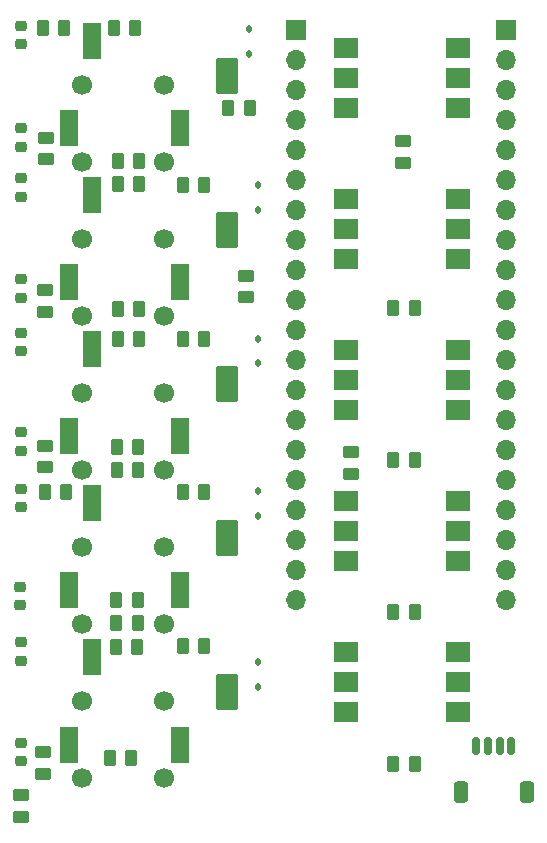
<source format=gts>
G04 #@! TF.GenerationSoftware,KiCad,Pcbnew,8.0.1*
G04 #@! TF.CreationDate,2024-03-31T18:38:23-05:00*
G04 #@! TF.ProjectId,dinoctopus_v2,64696e6f-6374-46f7-9075-735f76322e6b,rev?*
G04 #@! TF.SameCoordinates,Original*
G04 #@! TF.FileFunction,Soldermask,Top*
G04 #@! TF.FilePolarity,Negative*
%FSLAX46Y46*%
G04 Gerber Fmt 4.6, Leading zero omitted, Abs format (unit mm)*
G04 Created by KiCad (PCBNEW 8.0.1) date 2024-03-31 18:38:23*
%MOMM*%
%LPD*%
G01*
G04 APERTURE LIST*
G04 Aperture macros list*
%AMRoundRect*
0 Rectangle with rounded corners*
0 $1 Rounding radius*
0 $2 $3 $4 $5 $6 $7 $8 $9 X,Y pos of 4 corners*
0 Add a 4 corners polygon primitive as box body*
4,1,4,$2,$3,$4,$5,$6,$7,$8,$9,$2,$3,0*
0 Add four circle primitives for the rounded corners*
1,1,$1+$1,$2,$3*
1,1,$1+$1,$4,$5*
1,1,$1+$1,$6,$7*
1,1,$1+$1,$8,$9*
0 Add four rect primitives between the rounded corners*
20,1,$1+$1,$2,$3,$4,$5,0*
20,1,$1+$1,$4,$5,$6,$7,0*
20,1,$1+$1,$6,$7,$8,$9,0*
20,1,$1+$1,$8,$9,$2,$3,0*%
G04 Aperture macros list end*
%ADD10RoundRect,0.250000X0.450000X-0.262500X0.450000X0.262500X-0.450000X0.262500X-0.450000X-0.262500X0*%
%ADD11RoundRect,0.218750X0.256250X-0.218750X0.256250X0.218750X-0.256250X0.218750X-0.256250X-0.218750X0*%
%ADD12RoundRect,0.250000X0.262500X0.450000X-0.262500X0.450000X-0.262500X-0.450000X0.262500X-0.450000X0*%
%ADD13RoundRect,0.250000X-0.262500X-0.450000X0.262500X-0.450000X0.262500X0.450000X-0.262500X0.450000X0*%
%ADD14C,1.700000*%
%ADD15RoundRect,0.102000X-0.700000X-1.400000X0.700000X-1.400000X0.700000X1.400000X-0.700000X1.400000X0*%
%ADD16RoundRect,0.102000X-0.800000X-1.400000X0.800000X-1.400000X0.800000X1.400000X-0.800000X1.400000X0*%
%ADD17RoundRect,0.112500X-0.112500X0.187500X-0.112500X-0.187500X0.112500X-0.187500X0.112500X0.187500X0*%
%ADD18R,2.000000X1.780000*%
%ADD19R,1.700000X1.700000*%
%ADD20O,1.700000X1.700000*%
%ADD21RoundRect,0.250000X-0.450000X0.262500X-0.450000X-0.262500X0.450000X-0.262500X0.450000X0.262500X0*%
%ADD22RoundRect,0.150000X-0.150000X-0.625000X0.150000X-0.625000X0.150000X0.625000X-0.150000X0.625000X0*%
%ADD23RoundRect,0.250000X-0.350000X-0.650000X0.350000X-0.650000X0.350000X0.650000X-0.350000X0.650000X0*%
G04 APERTURE END LIST*
D10*
X47000000Y-54500000D03*
X47000000Y-52675000D03*
D11*
X28000000Y-92212500D03*
X28000000Y-93787500D03*
D12*
X31638363Y-31751227D03*
X29813363Y-31751227D03*
D13*
X36175000Y-58000000D03*
X38000000Y-58000000D03*
D14*
X33100000Y-75633332D03*
X40100000Y-75633332D03*
D15*
X32000000Y-79333332D03*
X41400000Y-79333332D03*
X34000000Y-71933332D03*
D16*
X45400000Y-74883332D03*
D13*
X59500000Y-94000000D03*
X61325000Y-94000000D03*
X59500000Y-55375000D03*
X61325000Y-55375000D03*
D12*
X31825000Y-71000000D03*
X30000000Y-71000000D03*
D17*
X47306411Y-33880718D03*
X47306411Y-31780718D03*
D11*
X28000000Y-72287500D03*
X28000000Y-70712500D03*
X28000000Y-44425000D03*
X28000000Y-46000000D03*
X28000000Y-59075000D03*
X28000000Y-57500000D03*
D18*
X55470000Y-84570000D03*
X55470000Y-87110000D03*
X55470000Y-89650000D03*
X65000000Y-89650000D03*
X65000000Y-87110000D03*
X65000000Y-84570000D03*
D17*
X48000000Y-45000000D03*
X48000000Y-47100000D03*
D14*
X33100000Y-36500000D03*
X40100000Y-36500000D03*
D15*
X32000000Y-40200000D03*
X41400000Y-40200000D03*
X34000000Y-32800000D03*
D16*
X45400000Y-35750000D03*
D19*
X69000000Y-31866932D03*
D20*
X69000000Y-34406932D03*
X69000000Y-36946932D03*
X69000000Y-39486932D03*
X69000000Y-42026932D03*
X69000000Y-44566932D03*
X69000000Y-47106932D03*
X69000000Y-49646932D03*
X69000000Y-52186932D03*
X69000000Y-54726932D03*
X69000000Y-57266932D03*
X69000000Y-59806932D03*
X69000000Y-62346932D03*
X69000000Y-64886932D03*
X69000000Y-67426932D03*
X69000000Y-69966932D03*
X69000000Y-72506932D03*
X69000000Y-75046932D03*
X69000000Y-77586932D03*
X69000000Y-80126932D03*
D17*
X48000000Y-58000000D03*
X48000000Y-60100000D03*
D11*
X28000000Y-33075000D03*
X28000000Y-31500000D03*
D13*
X36157482Y-44906343D03*
X37982482Y-44906343D03*
D17*
X48000000Y-70950000D03*
X48000000Y-73050000D03*
D11*
X28000000Y-85287500D03*
X28000000Y-83712500D03*
D18*
X65000000Y-33430000D03*
X65000000Y-35970000D03*
X65000000Y-38510000D03*
X55470000Y-38510000D03*
X55470000Y-35970000D03*
X55470000Y-33430000D03*
D13*
X41675000Y-71000000D03*
X43500000Y-71000000D03*
X41675000Y-45000000D03*
X43500000Y-45000000D03*
D18*
X65000000Y-46215000D03*
X65000000Y-48755000D03*
X65000000Y-51295000D03*
X55470000Y-51295000D03*
X55470000Y-48755000D03*
X55470000Y-46215000D03*
X55470000Y-71785000D03*
X55470000Y-74325000D03*
X55470000Y-76865000D03*
X65000000Y-76865000D03*
X65000000Y-74325000D03*
X65000000Y-71785000D03*
D14*
X33100000Y-49544444D03*
X40100000Y-49544444D03*
D15*
X32000000Y-53244444D03*
X41400000Y-53244444D03*
X34000000Y-45844444D03*
D16*
X45400000Y-48794444D03*
D20*
X51217784Y-80125663D03*
X51217784Y-77585663D03*
X51217784Y-75045663D03*
X51217784Y-72505663D03*
X51217784Y-69965663D03*
X51217784Y-67425663D03*
X51217784Y-64885663D03*
X51217784Y-62345663D03*
X51217784Y-59805663D03*
X51217784Y-57265663D03*
X51217784Y-54725663D03*
X51217784Y-52185663D03*
X51217784Y-49645663D03*
X51217784Y-47105663D03*
X51217784Y-44565663D03*
X51217784Y-42025663D03*
X51217784Y-39485663D03*
X51217784Y-36945663D03*
X51217784Y-34405663D03*
D19*
X51217784Y-31865663D03*
D13*
X41675000Y-58000000D03*
X43500000Y-58000000D03*
X36008493Y-84091404D03*
X37833493Y-84091404D03*
D17*
X48000000Y-85400000D03*
X48000000Y-87500000D03*
D13*
X35825697Y-31730496D03*
X37650697Y-31730496D03*
D14*
X33100000Y-88677776D03*
X40100000Y-88677776D03*
D15*
X32000000Y-92377776D03*
X41400000Y-92377776D03*
X34000000Y-84977776D03*
D16*
X45400000Y-87927776D03*
D13*
X59500000Y-68250000D03*
X61325000Y-68250000D03*
D14*
X33100000Y-62588888D03*
X40100000Y-62588888D03*
D15*
X32000000Y-66288888D03*
X41400000Y-66288888D03*
X34000000Y-58888888D03*
D16*
X45400000Y-61838888D03*
D13*
X41675000Y-84000000D03*
X43500000Y-84000000D03*
D21*
X60292328Y-41284184D03*
X60292328Y-43109184D03*
D18*
X55470000Y-59000000D03*
X55470000Y-61540000D03*
X55470000Y-64080000D03*
X65000000Y-64080000D03*
X65000000Y-61540000D03*
X65000000Y-59000000D03*
D22*
X66500000Y-92500000D03*
X67500000Y-92500000D03*
X68500000Y-92500000D03*
X69500000Y-92500000D03*
D23*
X65200000Y-96375000D03*
X70800000Y-96375000D03*
D13*
X59500000Y-81125000D03*
X61325000Y-81125000D03*
D14*
X33100000Y-43022222D03*
X40100000Y-43022222D03*
D13*
X36157482Y-42936895D03*
X37982482Y-42936895D03*
D10*
X29984360Y-68905393D03*
X29984360Y-67080393D03*
D13*
X36016422Y-80158175D03*
X37841422Y-80158175D03*
D14*
X33100000Y-56066666D03*
X40100000Y-56066666D03*
X33100000Y-69111110D03*
X40100000Y-69111110D03*
D12*
X37903103Y-69120171D03*
X36078103Y-69120171D03*
D14*
X40100000Y-95199998D03*
X33100000Y-95199998D03*
D13*
X37889155Y-67165349D03*
X36064155Y-67165349D03*
D10*
X29868590Y-93020460D03*
X29868590Y-94845460D03*
D11*
X27895079Y-80582202D03*
X27895079Y-79007202D03*
D21*
X28000000Y-96675000D03*
X28000000Y-98500000D03*
D10*
X29997278Y-55755017D03*
X29997278Y-53930017D03*
D12*
X47325000Y-38500000D03*
X45500000Y-38500000D03*
D11*
X28000000Y-67500000D03*
X28000000Y-65925000D03*
D14*
X33100000Y-82155554D03*
X40100000Y-82155554D03*
D21*
X55932088Y-67605658D03*
X55932088Y-69430658D03*
D13*
X36175000Y-55500000D03*
X38000000Y-55500000D03*
D11*
X28000000Y-41787500D03*
X28000000Y-40212500D03*
X28000000Y-54575000D03*
X28000000Y-53000000D03*
D13*
X35500000Y-93500000D03*
X37325000Y-93500000D03*
D10*
X30115931Y-42806054D03*
X30115931Y-40981054D03*
D13*
X36033487Y-82108547D03*
X37858487Y-82108547D03*
M02*

</source>
